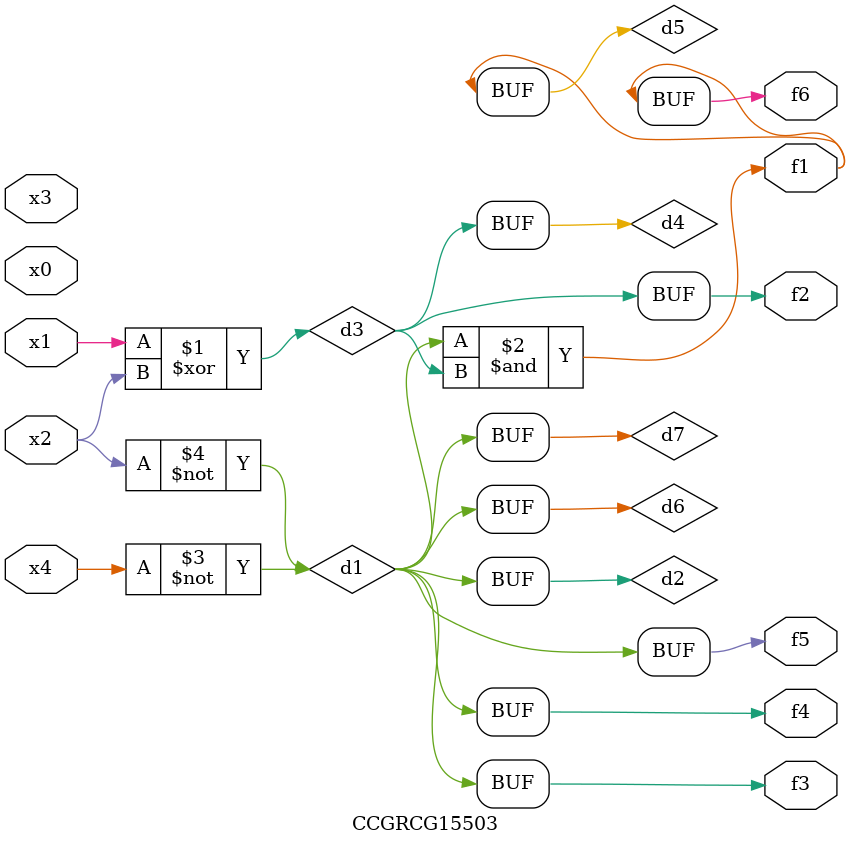
<source format=v>
module CCGRCG15503(
	input x0, x1, x2, x3, x4,
	output f1, f2, f3, f4, f5, f6
);

	wire d1, d2, d3, d4, d5, d6, d7;

	not (d1, x4);
	not (d2, x2);
	xor (d3, x1, x2);
	buf (d4, d3);
	and (d5, d1, d3);
	buf (d6, d1, d2);
	buf (d7, d2);
	assign f1 = d5;
	assign f2 = d4;
	assign f3 = d7;
	assign f4 = d7;
	assign f5 = d7;
	assign f6 = d5;
endmodule

</source>
